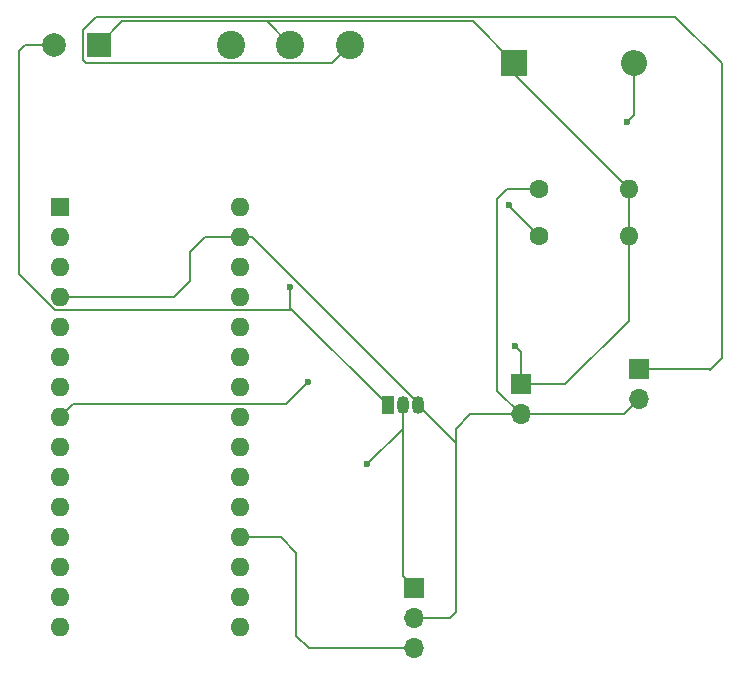
<source format=gbr>
%TF.GenerationSoftware,KiCad,Pcbnew,9.0.0*%
%TF.CreationDate,2025-03-30T19:28:59+05:30*%
%TF.ProjectId,soil_moisture,736f696c-5f6d-46f6-9973-747572652e6b,rev?*%
%TF.SameCoordinates,Original*%
%TF.FileFunction,Copper,L1,Top*%
%TF.FilePolarity,Positive*%
%FSLAX46Y46*%
G04 Gerber Fmt 4.6, Leading zero omitted, Abs format (unit mm)*
G04 Created by KiCad (PCBNEW 9.0.0) date 2025-03-30 19:28:59*
%MOMM*%
%LPD*%
G01*
G04 APERTURE LIST*
%TA.AperFunction,ComponentPad*%
%ADD10R,1.700000X1.700000*%
%TD*%
%TA.AperFunction,ComponentPad*%
%ADD11O,1.700000X1.700000*%
%TD*%
%TA.AperFunction,ComponentPad*%
%ADD12R,1.050000X1.500000*%
%TD*%
%TA.AperFunction,ComponentPad*%
%ADD13O,1.050000X1.500000*%
%TD*%
%TA.AperFunction,ComponentPad*%
%ADD14C,1.600000*%
%TD*%
%TA.AperFunction,ComponentPad*%
%ADD15O,1.600000X1.600000*%
%TD*%
%TA.AperFunction,ComponentPad*%
%ADD16R,1.600000X1.600000*%
%TD*%
%TA.AperFunction,ComponentPad*%
%ADD17C,2.400000*%
%TD*%
%TA.AperFunction,ComponentPad*%
%ADD18R,2.000000X2.000000*%
%TD*%
%TA.AperFunction,ComponentPad*%
%ADD19C,2.000000*%
%TD*%
%TA.AperFunction,ComponentPad*%
%ADD20R,2.200000X2.200000*%
%TD*%
%TA.AperFunction,ComponentPad*%
%ADD21O,2.200000X2.200000*%
%TD*%
%TA.AperFunction,ViaPad*%
%ADD22C,0.600000*%
%TD*%
%TA.AperFunction,Conductor*%
%ADD23C,0.200000*%
%TD*%
G04 APERTURE END LIST*
D10*
%TO.P,J1,1,Pin_1*%
%TO.N,+12V*%
X135000000Y-102960000D03*
D11*
%TO.P,J1,2,Pin_2*%
%TO.N,GND*%
X135000000Y-105500000D03*
%TO.P,J1,3,Pin_3*%
%TO.N,Net-(A1-A0)*%
X135000000Y-108040000D03*
%TD*%
D12*
%TO.P,Q1,1,C*%
%TO.N,Net-(D1-A)*%
X132730000Y-87500000D03*
D13*
%TO.P,Q1,2,B*%
%TO.N,+12V*%
X134000000Y-87500000D03*
%TO.P,Q1,3,E*%
%TO.N,GND*%
X135270000Y-87500000D03*
%TD*%
D14*
%TO.P,R1,1*%
%TO.N,GND*%
X145540000Y-69150000D03*
D15*
%TO.P,R1,2*%
%TO.N,+12V*%
X153160000Y-69150000D03*
%TD*%
D10*
%TO.P,M1,1,+*%
%TO.N,Net-(M1-+)*%
X154000000Y-84460000D03*
D11*
%TO.P,M1,2,-*%
%TO.N,GND*%
X154000000Y-87000000D03*
%TD*%
D14*
%TO.P,R2,1*%
%TO.N,Net-(A1-D5)*%
X145540000Y-73200000D03*
D15*
%TO.P,R2,2*%
%TO.N,+12V*%
X153160000Y-73200000D03*
%TD*%
D10*
%TO.P,J2,1,Pin_1*%
%TO.N,+12V*%
X144000000Y-85725000D03*
D11*
%TO.P,J2,2,Pin_2*%
%TO.N,GND*%
X144000000Y-88265000D03*
%TD*%
D16*
%TO.P,A1,1,D1/TX*%
%TO.N,unconnected-(A1-D1{slash}TX-Pad1)*%
X105000000Y-70720000D03*
D15*
%TO.P,A1,2,D0/RX*%
%TO.N,unconnected-(A1-D0{slash}RX-Pad2)*%
X105000000Y-73260000D03*
%TO.P,A1,3,~{RESET}*%
%TO.N,unconnected-(A1-~{RESET}-Pad3)*%
X105000000Y-75800000D03*
%TO.P,A1,4,GND*%
%TO.N,GND*%
X105000000Y-78340000D03*
%TO.P,A1,5,D2*%
%TO.N,unconnected-(A1-D2-Pad5)*%
X105000000Y-80880000D03*
%TO.P,A1,6,D3*%
%TO.N,unconnected-(A1-D3-Pad6)*%
X105000000Y-83420000D03*
%TO.P,A1,7,D4*%
%TO.N,unconnected-(A1-D4-Pad7)*%
X105000000Y-85960000D03*
%TO.P,A1,8,D5*%
%TO.N,Net-(A1-D5)*%
X105000000Y-88500000D03*
%TO.P,A1,9,D6*%
%TO.N,unconnected-(A1-D6-Pad9)*%
X105000000Y-91040000D03*
%TO.P,A1,10,D7*%
%TO.N,unconnected-(A1-D7-Pad10)*%
X105000000Y-93580000D03*
%TO.P,A1,11,D8*%
%TO.N,unconnected-(A1-D8-Pad11)*%
X105000000Y-96120000D03*
%TO.P,A1,12,D9*%
%TO.N,unconnected-(A1-D9-Pad12)*%
X105000000Y-98660000D03*
%TO.P,A1,13,D10/CS*%
%TO.N,unconnected-(A1-D10{slash}CS-Pad13)*%
X105000000Y-101200000D03*
%TO.P,A1,14,D11/COPI*%
%TO.N,unconnected-(A1-D11{slash}COPI-Pad14)*%
X105000000Y-103740000D03*
%TO.P,A1,15,D12/CIPO*%
%TO.N,unconnected-(A1-D12{slash}CIPO-Pad15)*%
X105000000Y-106280000D03*
%TO.P,A1,16,D13/SCK*%
%TO.N,unconnected-(A1-D13{slash}SCK-Pad16)*%
X120240000Y-106280000D03*
%TO.P,A1,17,3V3*%
%TO.N,unconnected-(A1-3V3-Pad17)*%
X120240000Y-103740000D03*
%TO.P,A1,18,B0*%
%TO.N,unconnected-(A1-B0-Pad18)*%
X120240000Y-101200000D03*
%TO.P,A1,19,A0*%
%TO.N,Net-(A1-A0)*%
X120240000Y-98660000D03*
%TO.P,A1,20,A1*%
%TO.N,unconnected-(A1-A1-Pad20)*%
X120240000Y-96120000D03*
%TO.P,A1,21,A2*%
%TO.N,unconnected-(A1-A2-Pad21)*%
X120240000Y-93580000D03*
%TO.P,A1,22,A3*%
%TO.N,unconnected-(A1-A3-Pad22)*%
X120240000Y-91040000D03*
%TO.P,A1,23,SDA/A4*%
%TO.N,unconnected-(A1-SDA{slash}A4-Pad23)*%
X120240000Y-88500000D03*
%TO.P,A1,24,SCL/A5*%
%TO.N,unconnected-(A1-SCL{slash}A5-Pad24)*%
X120240000Y-85960000D03*
%TO.P,A1,25,A6*%
%TO.N,unconnected-(A1-A6-Pad25)*%
X120240000Y-83420000D03*
%TO.P,A1,26,A7*%
%TO.N,unconnected-(A1-A7-Pad26)*%
X120240000Y-80880000D03*
%TO.P,A1,27,VUSB/5V*%
%TO.N,unconnected-(A1-VUSB{slash}5V-Pad27)*%
X120240000Y-78340000D03*
%TO.P,A1,28,B1*%
%TO.N,unconnected-(A1-B1-Pad28)*%
X120240000Y-75800000D03*
%TO.P,A1,29,GND*%
%TO.N,GND*%
X120240000Y-73260000D03*
%TO.P,A1,30,VIN*%
%TO.N,+5V*%
X120240000Y-70720000D03*
%TD*%
D17*
%TO.P,K1,11*%
%TO.N,+12V*%
X124500000Y-57000000D03*
%TO.P,K1,12*%
%TO.N,unconnected-(K1-Pad12)*%
X119500000Y-57000000D03*
%TO.P,K1,14*%
%TO.N,Net-(M1-+)*%
X129500000Y-57000000D03*
D18*
%TO.P,K1,A1*%
%TO.N,+12V*%
X108250000Y-57000000D03*
D19*
%TO.P,K1,A2*%
%TO.N,Net-(D1-A)*%
X104500000Y-57000000D03*
%TD*%
D20*
%TO.P,D1,1,K*%
%TO.N,+12V*%
X143420000Y-58500000D03*
D21*
%TO.P,D1,2,A*%
%TO.N,Net-(D1-A)*%
X153580000Y-58500000D03*
%TD*%
D22*
%TO.N,Net-(A1-D5)*%
X126000000Y-85500000D03*
X143000000Y-70500000D03*
%TO.N,Net-(D1-A)*%
X124500000Y-77500000D03*
X153000000Y-63500000D03*
%TO.N,+12V*%
X131000000Y-92500000D03*
X143500000Y-82500000D03*
%TD*%
D23*
%TO.N,Net-(A1-D5)*%
X143000000Y-70660000D02*
X143000000Y-70500000D01*
X105000000Y-88500000D02*
X106101000Y-87399000D01*
X124101000Y-87399000D02*
X126000000Y-85500000D01*
X106101000Y-87399000D02*
X124101000Y-87399000D01*
X145540000Y-73200000D02*
X143000000Y-70660000D01*
%TO.N,GND*%
X117240000Y-73260000D02*
X120240000Y-73260000D01*
X138500000Y-90730000D02*
X138500000Y-89500000D01*
X142000000Y-86265000D02*
X144000000Y-88265000D01*
X114660000Y-78340000D02*
X116000000Y-77000000D01*
X135270000Y-87270000D02*
X121260000Y-73260000D01*
X145540000Y-69150000D02*
X142850000Y-69150000D01*
X135270000Y-87500000D02*
X138500000Y-90730000D01*
X121260000Y-73260000D02*
X120240000Y-73260000D01*
X139735000Y-88265000D02*
X144000000Y-88265000D01*
X154000000Y-87000000D02*
X152735000Y-88265000D01*
X135270000Y-87500000D02*
X135270000Y-87270000D01*
X142000000Y-70000000D02*
X142000000Y-86265000D01*
X105000000Y-78340000D02*
X114660000Y-78340000D01*
X142850000Y-69150000D02*
X142000000Y-70000000D01*
X116000000Y-74500000D02*
X117240000Y-73260000D01*
X138000000Y-105500000D02*
X135000000Y-105500000D01*
X116000000Y-77000000D02*
X116000000Y-74500000D01*
X152735000Y-88265000D02*
X144000000Y-88265000D01*
X138500000Y-90730000D02*
X138500000Y-105000000D01*
X138500000Y-89500000D02*
X139735000Y-88265000D01*
X138500000Y-105000000D02*
X138000000Y-105500000D01*
%TO.N,Net-(A1-A0)*%
X125000000Y-100000000D02*
X123660000Y-98660000D01*
X126040000Y-108040000D02*
X125000000Y-107000000D01*
X123660000Y-98660000D02*
X120240000Y-98660000D01*
X135000000Y-108040000D02*
X126040000Y-108040000D01*
X125000000Y-107000000D02*
X125000000Y-100000000D01*
%TO.N,Net-(D1-A)*%
X124671000Y-79441000D02*
X124500000Y-79270000D01*
X124671000Y-79441000D02*
X132730000Y-87500000D01*
X102000000Y-57000000D02*
X101500000Y-57500000D01*
X104543950Y-79441000D02*
X124671000Y-79441000D01*
X153580000Y-62920000D02*
X153580000Y-58500000D01*
X153000000Y-63500000D02*
X153580000Y-62920000D01*
X101500000Y-57500000D02*
X101500000Y-76397050D01*
X101500000Y-76397050D02*
X104543950Y-79441000D01*
X104500000Y-57000000D02*
X102000000Y-57000000D01*
X124500000Y-79270000D02*
X124500000Y-77500000D01*
%TO.N,+12V*%
X139920000Y-55000000D02*
X113000000Y-55000000D01*
X134000000Y-87500000D02*
X134000000Y-101960000D01*
X143420000Y-59410000D02*
X143420000Y-58500000D01*
X144000000Y-85725000D02*
X147775000Y-85725000D01*
X113000000Y-55000000D02*
X110250000Y-55000000D01*
X122500000Y-55000000D02*
X113000000Y-55000000D01*
X134000000Y-89500000D02*
X131000000Y-92500000D01*
X143420000Y-58500000D02*
X139920000Y-55000000D01*
X124500000Y-57000000D02*
X122500000Y-55000000D01*
X110250000Y-55000000D02*
X108250000Y-57000000D01*
X134000000Y-101960000D02*
X135000000Y-102960000D01*
X153160000Y-73200000D02*
X153160000Y-69150000D01*
X147775000Y-85725000D02*
X153160000Y-80340000D01*
X144000000Y-85725000D02*
X144000000Y-83000000D01*
X144000000Y-83000000D02*
X143500000Y-82500000D01*
X153160000Y-80340000D02*
X153160000Y-73200000D01*
X134000000Y-87500000D02*
X134000000Y-89500000D01*
X153160000Y-69150000D02*
X143420000Y-59410000D01*
%TO.N,Net-(M1-+)*%
X127999000Y-58501000D02*
X107149000Y-58501000D01*
X160000000Y-84500000D02*
X159960000Y-84460000D01*
X157099000Y-54599000D02*
X161000000Y-58500000D01*
X161000000Y-83500000D02*
X160000000Y-84500000D01*
X106949000Y-58301000D02*
X106949000Y-55699000D01*
X129500000Y-57000000D02*
X127999000Y-58501000D01*
X108049000Y-54599000D02*
X157099000Y-54599000D01*
X159960000Y-84460000D02*
X154000000Y-84460000D01*
X107149000Y-58501000D02*
X106949000Y-58301000D01*
X161000000Y-58500000D02*
X161000000Y-83500000D01*
X106949000Y-55699000D02*
X108049000Y-54599000D01*
%TD*%
M02*

</source>
